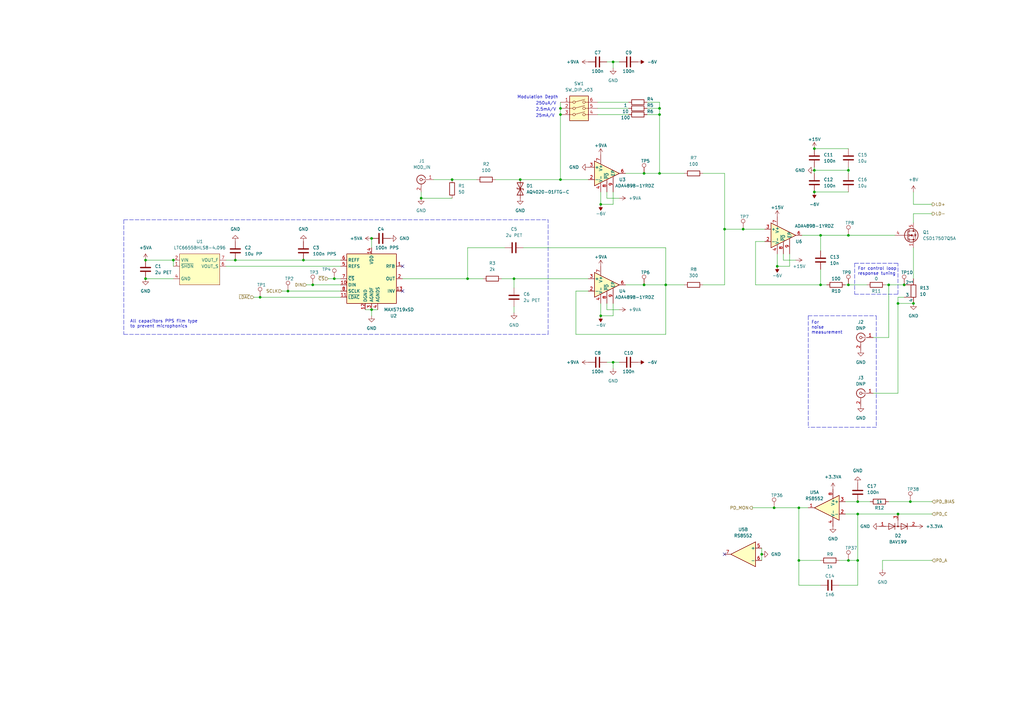
<source format=kicad_sch>
(kicad_sch (version 20211123) (generator eeschema)
  (paper "A3")
  (title_block (title "Kirdy") (date "2022-07-03") (rev "r0.1") (company "M-Labs") (comment 1 "Alex Wong Tat Hang"))
  (lib_symbols
    (symbol "Amplifier_Operational:ADA4898-1YRDZ" (pin_names (offset 0.127))
      (property "Reference" "U" (at 3.81 3.81 0))
      (property "Value" "ADA4898-1YRDZ" (at 11.43 -2.54 0))
      (symbol "ADA4898-1YRDZ_1_1"
        (polyline (pts (xy -5.08 5.08) (xy 5.08 0) (xy -5.08 -5.08) (xy -5.08 5.08)) (stroke (width 0.254)) (fill (type background)))
        (pin input line (at -7.62 -2.54 0) (length 2.54) (name "-") (number "2"))
        (pin input line (at -7.62 2.54 0) (length 2.54) (name "+") (number "3"))
        (pin power_in line (at -2.54 -7.62 90) (length 3.81) (name "V-") (number "4"))
        (pin output line (at 7.62 0 180) (length 2.54) (name "~") (number "6"))
        (pin power_in line (at -2.54 7.62 270) (length 3.81) (name "V+") (number "7"))
        (pin input line (at 0 -7.62 90) (length 5.08) (name "~{PD}") (number "8"))
        (pin passive line (at 2.54 -7.62 90) (length 6.35) (name "EP") (number "9"))
      )
    )
    (symbol "Analog_DAC:MAX5719xSD"
      (property "Reference" "U" (at -10.16 11.43 0))
      (property "Value" "MAX5719xSD" (at 1.27 11.43 0))
      (symbol "MAX5719xSD_0_1"
        (rectangle (start -10.16 10.16) (end 10.16 -10.16) (stroke (width 0.254)) (fill (type background)))
      )
      (symbol "MAX5719xSD_1_1"
        (pin passive line (at 12.7 5.08 180) (length 2.54) (name "RFB") (number "1"))
        (pin input line (at -12.7 -2.54 0) (length 2.54) (name "DIN") (number "10"))
        (pin input line (at -12.7 -7.62 0) (length 2.54) (name "~{LDAC}") (number "11"))
        (pin power_in line (at -2.54 -12.7 90) (length 2.54) (name "DGND") (number "12"))
        (pin passive line (at 12.7 -5.08 180) (length 2.54) (name "INV") (number "13"))
        (pin power_in line (at 0 12.7 270) (length 2.54) (name "VDD") (number "14"))
        (pin output line (at 12.7 0 180) (length 2.54) (name "OUT") (number "2"))
        (pin power_in line (at 0 -12.7 90) (length 2.54) (name "AGNDF") (number "3"))
        (pin power_in line (at 2.54 -12.7 90) (length 2.54) (name "AGNDS") (number "4"))
        (pin input line (at -12.7 5.08 0) (length 2.54) (name "REFS") (number "5"))
        (pin input line (at -12.7 7.62 0) (length 2.54) (name "REFF") (number "6"))
        (pin input line (at -12.7 0 0) (length 2.54) (name "~{CS}") (number "7"))
        (pin input line (at -12.7 -5.08 0) (length 2.54) (name "SCLK") (number "8"))
        (pin no_connect line (at 10.16 -7.62 180) (length 2.54) hide (name "NC") (number "9"))
      )
    )
    (symbol "Connector:Conn_Coaxial" (pin_names (offset 1.016) hide)
      (property "Reference" "J" (at 0.254 3.048 0))
      (property "Value" "Conn_Coaxial" (at 2.921 0 90))
      (symbol "Conn_Coaxial_0_1"
        (arc (start -1.778 -0.508) (mid 0.222 -1.808) (end 1.778 0) (stroke (width 0.254)))
        (polyline (pts (xy -2.54 0) (xy -0.508 0)))
        (polyline (pts (xy 0 -2.54) (xy 0 -1.778)))
        (circle (center 0 0) (radius 0.508) (stroke (width 0.2032)))
        (arc (start 1.778 0) (mid 0.222 1.8083) (end -1.778 0.508) (stroke (width 0.254)))
      )
      (symbol "Conn_Coaxial_1_1"
        (pin passive line (at -5.08 0 0) (length 2.54) (name "In") (number "1"))
        (pin passive line (at 0 -5.08 90) (length 2.54) (name "Ext") (number "2"))
      )
    )
    (symbol "Connector:TestPoint" (pin_numbers hide) (pin_names (offset 0.762) hide)
      (property "Reference" "TP" (at 0 6.858 0))
      (property "Value" "TestPoint" (at 0 5.08 0))
      (symbol "TestPoint_0_1"
        (circle (center 0 3.302) (radius 0.762))
      )
      (symbol "TestPoint_1_1"
        (pin passive line (at 0 0 90) (length 2.54) (name "1") (number "1"))
      )
    )
    (symbol "Device:C" (pin_numbers hide) (pin_names (offset 0.254))
      (property "Reference" "C" (at 0.635 2.54 0))
      (property "Value" "C" (at 0.635 -2.54 0))
      (symbol "C_0_1"
        (polyline (pts (xy -2.032 -0.762) (xy 2.032 -0.762)) (stroke (width 0.508)))
        (polyline (pts (xy -2.032 0.762) (xy 2.032 0.762)) (stroke (width 0.508)))
      )
      (symbol "C_1_1"
        (pin passive line (at 0 3.81 270) (length 2.794) (name "~") (number "1"))
        (pin passive line (at 0 -3.81 90) (length 2.794) (name "~") (number "2"))
      )
    )
    (symbol "Device:D_TVS" (pin_numbers hide) (pin_names (offset 1.016) hide)
      (property "Reference" "D" (at 0 2.54 0))
      (property "Value" "D_TVS" (at 0 -2.54 0))
      (symbol "D_TVS_0_1"
        (polyline (pts (xy 1.27 0) (xy -1.27 0)))
        (polyline (pts (xy 0.508 1.27) (xy 0 1.27) (xy 0 -1.27) (xy -0.508 -1.27)) (stroke (width 0.254)))
        (polyline (pts (xy -2.54 1.27) (xy -2.54 -1.27) (xy 2.54 1.27) (xy 2.54 -1.27) (xy -2.54 1.27)) (stroke (width 0.254)))
      )
      (symbol "D_TVS_1_1"
        (pin passive line (at -3.81 0 0) (length 2.54) (name "A1") (number "1"))
        (pin passive line (at 3.81 0 180) (length 2.54) (name "A2") (number "2"))
      )
    )
    (symbol "Device:R" (pin_numbers hide) (pin_names (offset 0))
      (property "Reference" "R" (at 2.032 0 90))
      (property "Value" "R" (at 0 0 90))
      (symbol "R_0_1"
        (rectangle (start -1.016 -2.54) (end 1.016 2.54) (stroke (width 0.254)))
      )
      (symbol "R_1_1"
        (pin passive line (at 0 3.81 270) (length 1.27) (name "~") (number "1"))
        (pin passive line (at 0 -3.81 90) (length 1.27) (name "~") (number "2"))
      )
    )
    (symbol "Device:R_Shunt" (pin_numbers hide) (pin_names (offset 0))
      (property "Reference" "R" (at -4.445 0 90))
      (property "Value" "R_Shunt" (at -2.54 0 90))
      (symbol "R_Shunt_0_1"
        (rectangle (start -1.016 -2.54) (end 1.016 2.54) (stroke (width 0.254)))
        (polyline (pts (xy 0 -2.54) (xy 1.27 -2.54)))
        (polyline (pts (xy 1.27 2.54) (xy 0 2.54)))
      )
      (symbol "R_Shunt_1_1"
        (pin passive line (at 0 5.08 270) (length 2.54) (name "1") (number "1"))
        (pin passive line (at 3.81 2.54 180) (length 2.54) (name "2") (number "2"))
        (pin passive line (at 3.81 -2.54 180) (length 2.54) (name "3") (number "3"))
        (pin passive line (at 0 -5.08 90) (length 2.54) (name "4") (number "4"))
      )
    )
    (symbol "Diode:BAV99" (pin_names hide)
      (property "Reference" "D" (at 0 5.08 0))
      (property "Value" "BAV99" (at 0 2.54 0))
      (symbol "BAV99_0_1"
        (polyline (pts (xy -5.08 0) (xy 5.08 0)))
      )
      (symbol "BAV99_1_1"
        (polyline (pts (xy 0 0) (xy 0 -2.54)))
        (polyline (pts (xy -1.27 -1.27) (xy -1.27 1.27) (xy -1.27 1.27)) (stroke (width 0.2032)))
        (polyline (pts (xy 3.81 1.27) (xy 3.81 -1.27) (xy 3.81 -1.27)) (stroke (width 0.2032)))
        (polyline (pts (xy -3.81 1.27) (xy -1.27 0) (xy -3.81 -1.27) (xy -3.81 1.27) (xy -3.81 1.27) (xy -3.81 1.27)) (stroke (width 0.2032)))
        (polyline (pts (xy 1.27 1.27) (xy 3.81 0) (xy 1.27 -1.27) (xy 1.27 1.27) (xy 1.27 1.27) (xy 1.27 1.27)) (stroke (width 0.2032)))
        (circle (center 0 0) (radius 0.254) (fill (type outline)))
        (pin passive line (at -7.62 0 0) (length 2.54) (name "K") (number "1"))
        (pin passive line (at 7.62 0 180) (length 2.54) (name "A") (number "2"))
        (pin passive line (at 0 -5.08 90) (length 2.54) (name "K") (number "3"))
      )
    )
    (symbol "Switch:SW_DIP_x03" (pin_names (offset 0) hide)
      (property "Reference" "SW" (at 0 8.89 0))
      (property "Value" "SW_DIP_x03" (at 0 -3.81 0))
      (symbol "SW_DIP_x03_0_0"
        (circle (center -2.032 0) (radius 0.508))
        (circle (center -2.032 2.54) (radius 0.508))
        (circle (center -2.032 5.08) (radius 0.508))
        (polyline (pts (xy -1.524 0.127) (xy 2.3622 1.1684)))
        (polyline (pts (xy -1.524 2.667) (xy 2.3622 3.7084)))
        (polyline (pts (xy -1.524 5.207) (xy 2.3622 6.2484)))
        (circle (center 2.032 0) (radius 0.508))
        (circle (center 2.032 2.54) (radius 0.508))
        (circle (center 2.032 5.08) (radius 0.508))
      )
      (symbol "SW_DIP_x03_0_1"
        (rectangle (start -3.81 7.62) (end 3.81 -2.54) (stroke (width 0.254)) (fill (type background)))
      )
      (symbol "SW_DIP_x03_1_1"
        (pin passive line (at -7.62 5.08 0) (length 5.08) (name "~") (number "1"))
        (pin passive line (at -7.62 2.54 0) (length 5.08) (name "~") (number "2"))
        (pin passive line (at -7.62 0 0) (length 5.08) (name "~") (number "3"))
        (pin passive line (at 7.62 0 180) (length 5.08) (name "~") (number "4"))
        (pin passive line (at 7.62 2.54 180) (length 5.08) (name "~") (number "5"))
        (pin passive line (at 7.62 5.08 180) (length 5.08) (name "~") (number "6"))
      )
    )
    (symbol "Transistor_FET:CSD17507Q5A" (pin_names hide)
      (property "Reference" "Q" (at 5.08 1.905 0))
      (property "Value" "CSD17507Q5A" (at 5.08 0 0))
      (symbol "CSD17507Q5A_0_1"
        (polyline (pts (xy 0.254 0) (xy -2.54 0)))
        (polyline (pts (xy 0.254 1.905) (xy 0.254 -1.905)) (stroke (width 0.254)))
        (polyline (pts (xy 0.762 -1.27) (xy 0.762 -2.286)) (stroke (width 0.254)))
        (polyline (pts (xy 0.762 0.508) (xy 0.762 -0.508)) (stroke (width 0.254)))
        (polyline (pts (xy 0.762 2.286) (xy 0.762 1.27)) (stroke (width 0.254)))
        (polyline (pts (xy 2.54 2.54) (xy 2.54 1.778)))
        (polyline (pts (xy 2.54 -2.54) (xy 2.54 0) (xy 0.762 0)))
        (polyline (pts (xy 0.762 -1.778) (xy 3.302 -1.778) (xy 3.302 1.778) (xy 0.762 1.778)))
        (polyline (pts (xy 1.016 0) (xy 2.032 0.381) (xy 2.032 -0.381) (xy 1.016 0)) (fill (type outline)))
        (polyline (pts (xy 2.794 0.508) (xy 2.921 0.381) (xy 3.683 0.381) (xy 3.81 0.254)))
        (polyline (pts (xy 3.302 0.381) (xy 2.921 -0.254) (xy 3.683 -0.254) (xy 3.302 0.381)))
        (circle (center 1.651 0) (radius 2.794) (stroke (width 0.254)))
        (circle (center 2.54 -1.778) (radius 0.254) (fill (type outline)))
        (circle (center 2.54 1.778) (radius 0.254) (fill (type outline)))
      )
      (symbol "CSD17507Q5A_1_1"
        (pin passive line (at 2.54 -5.08 90) (length 2.54) (name "S") (number "1"))
        (pin passive line (at 2.54 -5.08 90) (length 2.54) hide (name "S") (number "2"))
        (pin passive line (at 2.54 -5.08 90) (length 2.54) hide (name "S") (number "3"))
        (pin passive line (at -5.08 0 0) (length 2.54) (name "G") (number "4"))
        (pin passive line (at 2.54 5.08 270) (length 2.54) (name "D") (number "5"))
      )
    )
    (symbol "kirdy:LTC6655"
      (property "Reference" "U" (at 0 -10.16 0))
      (property "Value" "LTC6655" (at 0 -7.62 0))
      (symbol "LTC6655_0_0"
        (pin input line (at -10.16 2.54 0) (length 2.54) (name "~{SHDN}") (number "1"))
        (pin power_in line (at -10.16 5.08 0) (length 2.54) (name "VIN") (number "2"))
        (pin power_in line (at -10.16 -2.54 0) (length 2.54) hide (name "GND") (number "3"))
        (pin power_in line (at -10.16 -2.54 0) (length 2.54) (name "GND") (number "4"))
        (pin power_in line (at -10.16 -2.54 0) (length 2.54) hide (name "GND") (number "5"))
        (pin passive line (at 11.43 2.54 180) (length 2.54) (name "VOUT_S") (number "6"))
        (pin output line (at 11.43 5.08 180) (length 2.54) (name "VOUT_F") (number "7"))
        (pin power_in line (at -10.16 -2.54 0) (length 2.54) hide (name "GND") (number "8"))
      )
      (symbol "LTC6655_0_1"
        (rectangle (start -7.62 7.62) (end 8.89 -5.08) (fill (type background)))
      )
    )
    (symbol "kirdy:RS8552" (pin_names (offset 0.127))
      (property "Reference" "U" (at 0 5.08 0))
      (property "Value" "RS8552" (at 0 -5.08 0))
      (symbol "RS8552_1_1"
        (polyline (pts (xy -5.08 5.08) (xy 5.08 0) (xy -5.08 -5.08) (xy -5.08 5.08)) (stroke (width 0.254)) (fill (type background)))
        (pin output line (at 7.62 0 180) (length 2.54) (name "~") (number "1"))
        (pin input line (at -7.62 -2.54 0) (length 2.54) (name "-") (number "2"))
        (pin input line (at -7.62 2.54 0) (length 2.54) (name "+") (number "3"))
      )
      (symbol "RS8552_2_1"
        (polyline (pts (xy -5.08 5.08) (xy 5.08 0) (xy -5.08 -5.08) (xy -5.08 5.08)) (stroke (width 0.254)) (fill (type background)))
        (pin input line (at -7.62 2.54 0) (length 2.54) (name "+") (number "5"))
        (pin input line (at -7.62 -2.54 0) (length 2.54) (name "-") (number "6"))
        (pin output line (at 7.62 0 180) (length 2.54) (name "~") (number "7"))
      )
      (symbol "RS8552_3_1"
        (pin power_in line (at -2.54 -7.62 90) (length 3.81) (name "V-") (number "4"))
        (pin power_in line (at -2.54 7.62 270) (length 3.81) (name "V+") (number "8"))
      )
    )
    (symbol "power:+15V" (power) (pin_names (offset 0))
      (property "Value" "+15V" (at 0 3.556 0))
      (symbol "+15V_0_1"
        (polyline (pts (xy -0.762 1.27) (xy 0 2.54)))
        (polyline (pts (xy 0 0) (xy 0 2.54)))
        (polyline (pts (xy 0 2.54) (xy 0.762 1.27)))
      )
      (symbol "+15V_1_1"
        (pin power_in line (at 0 0 90) (length 0) hide (name "+15V") (number "1"))
      )
    )
    (symbol "power:+3.3VA" (power) (pin_names (offset 0))
      (property "Value" "+3.3VA" (at 0 3.556 0))
      (symbol "+3.3VA_0_1"
        (polyline (pts (xy -0.762 1.27) (xy 0 2.54)))
        (polyline (pts (xy 0 0) (xy 0 2.54)))
        (polyline (pts (xy 0 2.54) (xy 0.762 1.27)))
      )
      (symbol "+3.3VA_1_1"
        (pin power_in line (at 0 0 90) (length 0) hide (name "+3.3VA") (number "1"))
      )
    )
    (symbol "power:+5VA" (power) (pin_names (offset 0))
      (property "Value" "+5VA" (at 0 3.556 0))
      (symbol "+5VA_0_1"
        (polyline (pts (xy -0.762 1.27) (xy 0 2.54)))
        (polyline (pts (xy 0 0) (xy 0 2.54)))
        (polyline (pts (xy 0 2.54) (xy 0.762 1.27)))
      )
      (symbol "+5VA_1_1"
        (pin power_in line (at 0 0 90) (length 0) hide (name "+5VA") (number "1"))
      )
    )
    (symbol "power:+8V" (power) (pin_names (offset 0))
      (property "Value" "+8V" (at 0 3.556 0))
      (symbol "+8V_0_1"
        (polyline (pts (xy -0.762 1.27) (xy 0 2.54)))
        (polyline (pts (xy 0 0) (xy 0 2.54)))
        (polyline (pts (xy 0 2.54) (xy 0.762 1.27)))
      )
      (symbol "+8V_1_1"
        (pin power_in line (at 0 0 90) (length 0) hide (name "+8V") (number "1"))
      )
    )
    (symbol "power:+9VA" (power) (pin_names (offset 0))
      (property "Value" "+9VA" (at 0 3.81 0))
      (symbol "+9VA_0_1"
        (polyline (pts (xy -0.762 1.27) (xy 0 2.54)))
        (polyline (pts (xy 0 0) (xy 0 2.54)))
        (polyline (pts (xy 0 2.54) (xy 0.762 1.27)))
      )
      (symbol "+9VA_1_1"
        (pin power_in line (at 0 0 90) (length 0) hide (name "+9VA") (number "1"))
      )
    )
    (symbol "power:-6V" (power) (pin_names (offset 0))
      (property "Value" "-6V" (at 0 3.81 0))
      (symbol "-6V_0_0"
        (pin power_in line (at 0 0 90) (length 0) hide (name "-6V") (number "1"))
      )
      (symbol "-6V_0_1"
        (polyline (pts (xy 0 0) (xy 0 1.27) (xy 0.762 1.27) (xy 0 2.54) (xy -0.762 1.27) (xy 0 1.27)) (fill (type outline)))
      )
    )
    (symbol "power:GND" (power) (pin_names (offset 0))
      (property "Value" "GND" (at 0 -3.81 0))
      (symbol "GND_0_1"
        (polyline (pts (xy 0 0) (xy 0 -1.27) (xy 1.27 -1.27) (xy 0 -2.54) (xy -1.27 -1.27) (xy 0 -1.27)))
      )
      (symbol "GND_1_1"
        (pin power_in line (at 0 0 270) (length 0) hide (name "GND") (number "1"))
      )
    )
  )
  (junction (at 229.87 46.99))
  (junction (at 270.51 71.12))
  (junction (at 318.77 109.22))
  (junction (at 229.87 44.45))
  (junction (at 370.84 116.84))
  (junction (at 334.01 69.85))
  (junction (at 347.98 229.87))
  (junction (at 351.79 205.74))
  (junction (at 152.4 97.79))
  (junction (at 347.98 96.52))
  (junction (at 336.55 96.52))
  (junction (at 347.98 116.84))
  (junction (at 251.46 25.4))
  (junction (at 213.36 73.66))
  (junction (at 351.79 229.87))
  (junction (at 364.49 116.84))
  (junction (at 251.46 148.59))
  (junction (at 334.01 60.96))
  (junction (at 185.42 73.66))
  (junction (at 246.38 129.54))
  (junction (at 128.27 116.84))
  (junction (at 273.05 116.84))
  (junction (at 246.38 83.82))
  (junction (at 264.16 116.84))
  (junction (at 336.55 116.84))
  (junction (at 191.77 114.3))
  (junction (at 373.38 205.74))
  (junction (at 327.66 208.28))
  (junction (at 312.42 227.33))
  (junction (at 351.79 210.82))
  (junction (at 210.82 114.3))
  (junction (at 96.52 106.68))
  (junction (at 347.98 69.85))
  (junction (at 317.5 208.28))
  (junction (at 71.12 106.68))
  (junction (at 374.65 124.46))
  (junction (at 334.01 78.74))
  (junction (at 304.8 93.98))
  (junction (at 270.51 46.99))
  (junction (at 124.46 106.68))
  (junction (at 368.3 210.82))
  (junction (at 59.69 114.3))
  (junction (at 327.66 229.87))
  (junction (at 118.11 119.38))
  (junction (at 368.3 124.46))
  (junction (at 106.68 121.92))
  (junction (at 152.4 127))
  (junction (at 137.1211 114.3))
  (junction (at 264.16 71.12))
  (junction (at 270.51 44.45))
  (junction (at 172.72 81.28))
  (junction (at 59.69 106.68))
  (junction (at 229.87 73.66))
  (junction (at 297.18 93.98))
  (no_connect (at 165.1 119.38))
  (no_connect (at 297.18 227.33))
  (no_connect (at 165.1 109.22))
  (wire (pts (xy 210.82 125.73) (xy 210.82 128.27)))
  (wire (pts (xy 137.1211 114.3) (xy 139.7 114.3)))
  (polyline (pts (xy 331.47 129.54) (xy 331.47 175.26)))
  (wire (pts (xy 308.61 208.28) (xy 317.5 208.28)))
  (wire (pts (xy 71.12 106.68) (xy 71.12 109.22)))
  (wire (pts (xy 172.72 81.28) (xy 185.42 81.28)))
  (wire (pts (xy 273.05 116.84) (xy 280.67 116.84)))
  (wire (pts (xy 368.3 210.82) (xy 382.27 210.82)))
  (wire (pts (xy 364.49 116.84) (xy 370.84 116.84)))
  (wire (pts (xy 336.55 96.52) (xy 347.98 96.52)))
  (wire (pts (xy 347.98 229.87) (xy 351.79 229.87)))
  (wire (pts (xy 351.79 229.87) (xy 351.79 210.82)))
  (wire (pts (xy 334.01 69.85) (xy 334.01 71.12)))
  (wire (pts (xy 374.65 91.44) (xy 374.65 87.63)))
  (wire (pts (xy 214.63 101.6) (xy 273.05 101.6)))
  (wire (pts (xy 172.72 81.28) (xy 172.72 78.74)))
  (wire (pts (xy 336.55 96.52) (xy 336.55 102.87)))
  (wire (pts (xy 328.93 96.52) (xy 336.55 96.52)))
  (wire (pts (xy 248.92 127) (xy 254 127)))
  (wire (pts (xy 213.36 73.66) (xy 229.87 73.66)))
  (wire (pts (xy 288.29 116.84) (xy 297.18 116.84)))
  (wire (pts (xy 185.42 73.66) (xy 195.58 73.66)))
  (wire (pts (xy 347.98 116.84) (xy 355.6 116.84)))
  (wire (pts (xy 177.8 73.66) (xy 185.42 73.66)))
  (polyline (pts (xy 350.52 120.65) (xy 368.3 120.65)))
  (wire (pts (xy 115.57 119.38) (xy 118.11 119.38)))
  (wire (pts (xy 118.11 119.38) (xy 139.7 119.38)))
  (wire (pts (xy 270.51 41.91) (xy 270.51 44.45)))
  (wire (pts (xy 270.51 46.99) (xy 270.51 71.12)))
  (wire (pts (xy 203.2 73.66) (xy 213.36 73.66)))
  (wire (pts (xy 358.14 138.43) (xy 364.49 138.43)))
  (wire (pts (xy 361.95 229.87) (xy 382.27 229.87)))
  (wire (pts (xy 368.3 161.29) (xy 358.14 161.29)))
  (wire (pts (xy 321.31 106.68) (xy 326.39 106.68)))
  (polyline (pts (xy 350.52 107.95) (xy 368.3 107.95)))
  (wire (pts (xy 368.3 121.92) (xy 368.3 124.46)))
  (wire (pts (xy 327.66 229.87) (xy 327.66 208.28)))
  (wire (pts (xy 96.52 106.68) (xy 124.46 106.68)))
  (wire (pts (xy 125.73 116.84) (xy 128.27 116.84)))
  (wire (pts (xy 270.51 71.12) (xy 280.67 71.12)))
  (wire (pts (xy 251.46 25.4) (xy 251.46 27.94)))
  (wire (pts (xy 265.43 46.99) (xy 270.51 46.99)))
  (polyline (pts (xy 331.47 129.54) (xy 359.41 129.54)))
  (wire (pts (xy 134.62 114.3) (xy 137.1211 114.3)))
  (wire (pts (xy 210.82 114.3) (xy 241.3 114.3)))
  (wire (pts (xy 256.54 116.84) (xy 264.16 116.84)))
  (wire (pts (xy 368.3 124.46) (xy 368.3 161.29)))
  (wire (pts (xy 205.74 114.3) (xy 210.82 114.3)))
  (wire (pts (xy 245.11 46.99) (xy 257.81 46.99)))
  (wire (pts (xy 273.05 137.16) (xy 273.05 116.84)))
  (wire (pts (xy 336.55 240.03) (xy 327.66 240.03)))
  (wire (pts (xy 374.65 87.63) (xy 382.27 87.63)))
  (wire (pts (xy 92.71 109.22) (xy 139.7 109.22)))
  (wire (pts (xy 347.98 69.85) (xy 334.01 69.85)))
  (wire (pts (xy 251.46 25.4) (xy 254 25.4)))
  (wire (pts (xy 236.22 119.38) (xy 236.22 137.16)))
  (wire (pts (xy 251.46 83.82) (xy 251.46 78.74)))
  (wire (pts (xy 246.38 78.74) (xy 246.38 83.82)))
  (wire (pts (xy 251.46 129.54) (xy 251.46 124.46)))
  (wire (pts (xy 191.77 101.6) (xy 191.77 114.3)))
  (wire (pts (xy 106.68 121.92) (xy 139.7 121.92)))
  (wire (pts (xy 373.38 205.74) (xy 382.27 205.74)))
  (wire (pts (xy 207.01 101.6) (xy 191.77 101.6)))
  (polyline (pts (xy 50.8 90.17) (xy 224.79 90.17)))
  (wire (pts (xy 264.16 71.12) (xy 270.51 71.12)))
  (wire (pts (xy 265.43 41.91) (xy 270.51 41.91)))
  (wire (pts (xy 361.95 233.68) (xy 361.95 229.87)))
  (wire (pts (xy 251.46 148.59) (xy 254 148.59)))
  (wire (pts (xy 297.18 93.98) (xy 304.8 93.98)))
  (wire (pts (xy 248.92 78.74) (xy 248.92 81.28)))
  (wire (pts (xy 246.38 83.82) (xy 251.46 83.82)))
  (wire (pts (xy 248.92 148.59) (xy 251.46 148.59)))
  (wire (pts (xy 297.18 71.12) (xy 297.18 93.98)))
  (wire (pts (xy 318.77 109.22) (xy 323.85 109.22)))
  (wire (pts (xy 248.92 25.4) (xy 251.46 25.4)))
  (polyline (pts (xy 368.3 120.65) (xy 368.3 107.95)))
  (wire (pts (xy 368.3 121.92) (xy 370.84 121.92)))
  (wire (pts (xy 317.5 208.28) (xy 327.66 208.28)))
  (wire (pts (xy 344.17 229.87) (xy 347.98 229.87)))
  (wire (pts (xy 92.71 106.68) (xy 96.52 106.68)))
  (wire (pts (xy 364.49 138.43) (xy 364.49 116.84)))
  (wire (pts (xy 236.22 137.16) (xy 273.05 137.16)))
  (wire (pts (xy 346.71 116.84) (xy 347.98 116.84)))
  (wire (pts (xy 248.92 124.46) (xy 248.92 127)))
  (wire (pts (xy 165.1 114.3) (xy 191.77 114.3)))
  (wire (pts (xy 124.46 106.68) (xy 139.7 106.68)))
  (wire (pts (xy 364.49 205.74) (xy 373.38 205.74)))
  (wire (pts (xy 363.22 116.84) (xy 364.49 116.84)))
  (wire (pts (xy 256.54 71.12) (xy 264.16 71.12)))
  (wire (pts (xy 288.29 71.12) (xy 297.18 71.12)))
  (wire (pts (xy 265.43 44.45) (xy 270.51 44.45)))
  (wire (pts (xy 59.69 106.68) (xy 71.12 106.68)))
  (wire (pts (xy 59.69 114.3) (xy 71.12 114.3)))
  (wire (pts (xy 346.71 205.74) (xy 351.79 205.74)))
  (wire (pts (xy 229.87 41.91) (xy 229.87 44.45)))
  (wire (pts (xy 246.38 129.54) (xy 251.46 129.54)))
  (wire (pts (xy 318.77 104.14) (xy 318.77 109.22)))
  (wire (pts (xy 347.98 96.52) (xy 367.03 96.52)))
  (wire (pts (xy 264.16 116.84) (xy 273.05 116.84)))
  (polyline (pts (xy 359.41 175.26) (xy 331.47 175.26)))
  (polyline (pts (xy 50.8 90.17) (xy 50.8 137.16)))
  (wire (pts (xy 309.88 116.84) (xy 309.88 99.06)))
  (wire (pts (xy 327.66 240.03) (xy 327.66 229.87)))
  (wire (pts (xy 152.4 97.79) (xy 152.4 101.6)))
  (wire (pts (xy 321.31 104.14) (xy 321.31 106.68)))
  (wire (pts (xy 327.66 229.87) (xy 336.55 229.87)))
  (polyline (pts (xy 350.52 107.95) (xy 350.52 120.65)))
  (wire (pts (xy 351.79 205.74) (xy 356.87 205.74)))
  (wire (pts (xy 312.42 224.79) (xy 312.42 227.33)))
  (wire (pts (xy 374.65 83.82) (xy 382.27 83.82)))
  (wire (pts (xy 336.55 116.84) (xy 309.88 116.84)))
  (wire (pts (xy 297.18 116.84) (xy 297.18 93.98)))
  (polyline (pts (xy 359.41 129.54) (xy 359.41 175.26)))
  (wire (pts (xy 229.87 44.45) (xy 229.87 46.99)))
  (wire (pts (xy 149.86 127) (xy 152.4 127)))
  (wire (pts (xy 312.42 227.33) (xy 312.42 229.87)))
  (wire (pts (xy 104.14 121.92) (xy 106.68 121.92)))
  (wire (pts (xy 304.8 93.98) (xy 313.69 93.98)))
  (wire (pts (xy 191.77 114.3) (xy 198.12 114.3)))
  (wire (pts (xy 248.92 81.28) (xy 254 81.28)))
  (polyline (pts (xy 50.8 137.16) (xy 224.79 137.16)))
  (wire (pts (xy 344.17 240.03) (xy 351.79 240.03)))
  (wire (pts (xy 246.38 124.46) (xy 246.38 129.54)))
  (wire (pts (xy 346.71 210.82) (xy 351.79 210.82)))
  (wire (pts (xy 351.79 240.03) (xy 351.79 229.87)))
  (wire (pts (xy 229.87 46.99) (xy 229.87 73.66)))
  (wire (pts (xy 245.11 44.45) (xy 257.81 44.45)))
  (wire (pts (xy 327.66 208.28) (xy 331.47 208.28)))
  (wire (pts (xy 347.98 68.58) (xy 347.98 69.85)))
  (wire (pts (xy 374.65 78.74) (xy 374.65 83.82)))
  (wire (pts (xy 128.27 116.84) (xy 139.7 116.84)))
  (wire (pts (xy 152.4 127) (xy 152.4 129.54)))
  (wire (pts (xy 273.05 101.6) (xy 273.05 116.84)))
  (wire (pts (xy 347.98 69.85) (xy 347.98 71.12)))
  (wire (pts (xy 210.82 114.3) (xy 210.82 118.11)))
  (wire (pts (xy 368.3 124.46) (xy 374.65 124.46)))
  (wire (pts (xy 241.3 119.38) (xy 236.22 119.38)))
  (wire (pts (xy 334.01 68.58) (xy 334.01 69.85)))
  (wire (pts (xy 334.01 60.96) (xy 347.98 60.96)))
  (wire (pts (xy 351.79 210.82) (xy 368.3 210.82)))
  (wire (pts (xy 336.55 116.84) (xy 339.09 116.84)))
  (wire (pts (xy 334.01 78.74) (xy 347.98 78.74)))
  (wire (pts (xy 374.65 101.6) (xy 374.65 114.3)))
  (wire (pts (xy 323.85 109.22) (xy 323.85 104.14)))
  (wire (pts (xy 229.87 73.66) (xy 241.3 73.66)))
  (wire (pts (xy 336.55 110.49) (xy 336.55 116.84)))
  (wire (pts (xy 251.46 148.59) (xy 251.46 151.13)))
  (polyline (pts (xy 224.79 137.16) (xy 224.79 90.17)))
  (wire (pts (xy 245.11 41.91) (xy 257.81 41.91)))
  (wire (pts (xy 270.51 44.45) (xy 270.51 46.99)))
  (wire (pts (xy 152.4 127) (xy 154.94 127)))
  (wire (pts (xy 309.88 99.06) (xy 313.69 99.06)))
  (text "250uA/V" (at 219.71 43.18 0) (effects (font (size 1.27 1.27)) (justify left bottom)))
  (text "All capacitors PPS film type\nto prevent microphonics " (at 53.34 134.62 0) (effects (font (size 1.27 1.27)) (justify left bottom)))
  (text "For\nnoise\nmeasurement" (at 332.74 137.16 0) (effects (font (size 1.27 1.27)) (justify left bottom)))
  (text "2.5mA/V" (at 219.71 45.72 0) (effects (font (size 1.27 1.27)) (justify left bottom)))
  (text "For control loop\nresponse tuning" (at 351.79 113.03 0) (effects (font (size 1.27 1.27)) (justify left bottom)))
  (text "25mA/V" (at 219.71 48.26 0) (effects (font (size 1.27 1.27)) (justify left bottom)))
  (text "Modulation Depth" (at 212.09 40.64 0) (effects (font (size 1.27 1.27)) (justify left bottom)))
  (hierarchical_label "~{LDAC}" (shape input) (at 104.14 121.92 180))
  (hierarchical_label "PD_BIAS" (shape input) (at 382.27 205.74 0))
  (hierarchical_label "LD+" (shape output) (at 382.27 83.82 0))
  (hierarchical_label "SCLK" (shape input) (at 115.57 119.38 180))
  (hierarchical_label "PD_MON" (shape output) (at 308.61 208.28 180))
  (hierarchical_label "PD_C" (shape input) (at 382.27 210.82 0))
  (hierarchical_label "PD_A" (shape input) (at 382.27 229.87 0))
  (hierarchical_label "DIN" (shape input) (at 125.73 116.84 180))
  (hierarchical_label "LD-" (shape output) (at 382.27 87.63 0))
  (hierarchical_label "~{CS}" (shape input) (at 134.62 114.3 180))
  (symbol (lib_id "Connector:TestPoint") (at 370.84 116.84 0) (unit 1)
    (property "Reference" "TP10" (at 369.57 111.76 0) (effects (justify left)))
    (property "Value" "TestPoint" (effects hide))
    (property "Footprint" "TestPoint:TestPoint_Pad_2.0x2.0mm" (effects hide))
  )
  (symbol (lib_id "Device:R") (at 261.62 46.99 90) (unit 1)
    (property "Reference" "R6" (at 266.7 45.72 90))
    (property "Value" "100" (at 256.54 48.26 90))
    (property "Footprint" "Resistor_SMD:R_0603_1608Metric" (effects hide))
    (property "MFR_PN" "WR06X1000FTL" (effects hide))
    (property "MFR_PN_ALT" "RMCF0603FT100R" (effects hide))
  )
  (symbol (lib_id "Device:C") (at 351.79 201.93 0) (unit 1)
    (property "Reference" "C17" (at 355.6 199.39 0) (effects (justify left)))
    (property "Value" "100n" (at 355.6 201.93 0) (effects (justify left)))
    (property "Footprint" "Capacitor_SMD:C_0603_1608Metric" (effects hide))
    (property "MFR_PN" "CL10B104KB8NNWC" (effects hide))
    (property "MFR_PN_ALT" "CL10B104KB8NNNL" (effects hide))
  )
  (symbol (lib_id "Diode:BAV99") (at 368.3 215.9 0) (mirror x) (unit 1)
    (property "Reference" "D2" (at 368.3 219.71 0))
    (property "Value" "BAV199" (at 368.3 222.25 0))
    (property "Footprint" "Package_TO_SOT_SMD:SOT-23" (effects hide))
    (property "Datasheet" "https://assets.nexperia.com/documents/data-sheet/BAV99_SER.pdf" (effects hide))
    (property "MFR_PN" "BAV199W-7" (effects hide))
    (property "MFR_PN_ALT" "BAV199E6327HTSA1" (effects hide))
  )
  (symbol (lib_id "Connector:TestPoint") (at 137.1211 114.3 0) (unit 1)
    (property "Reference" "TP4" (at 132.08 110.49 0) (effects (justify left)))
    (property "Value" "TestPoint" (effects hide))
    (property "Footprint" "TestPoint:TestPoint_Pad_2.0x2.0mm" (effects hide))
  )
  (symbol (lib_id "power:GND") (at 360.68 215.9 270) (unit 1)
    (property "Reference" "#PWR036" (effects hide))
    (property "Value" "GND" (at 356.87 215.8999 90) (effects (justify right)))
  )
  (symbol (lib_id "Connector:Conn_Coaxial") (at 353.06 161.29 0) (mirror y) (unit 1)
    (property "Reference" "J3" (at 353.06 154.94 0))
    (property "Value" "DNP" (at 353.06 157.48 0))
    (property "Footprint" "Connector_Coaxial:U.FL_Hirose_U.FL-R-SMT-1_Vertical" (effects hide))
    (property "Datasheet" " ~" (effects hide))
    (property "MFR_PN" "U.FL-R-SMT-1(01)" (effects hide))
    (property "MFR_PN_ALT" "U.FL-R-SMT(10)" (effects hide))
  )
  (symbol (lib_id "power:-6V") (at 261.62 25.4 270) (unit 1)
    (property "Reference" "#PWR022" (effects hide))
    (property "Value" "-6V" (at 265.43 25.3999 90) (effects (justify left)))
  )
  (symbol (lib_id "Device:C") (at 210.82 101.6 90) (unit 1)
    (property "Reference" "C5" (at 210.82 93.98 90))
    (property "Value" "2u PET" (at 210.82 96.52 90))
    (property "Footprint" "Capacitor_SMD:C_1812_4532Metric" (effects hide))
    (property "MFR_PN" "35MU225MC14532" (effects hide))
  )
  (symbol (lib_id "power:+15V") (at 334.01 60.96 0) (unit 1)
    (property "Reference" "#PWR028" (effects hide))
    (property "Value" "+15V" (at 334.01 57.15 0))
  )
  (symbol (lib_id "Device:R") (at 359.41 116.84 90) (unit 1)
    (property "Reference" "R11" (at 359.41 119.38 90))
    (property "Value" "0" (at 359.41 114.3 90))
    (property "Footprint" "Resistor_SMD:R_0603_1608Metric" (effects hide))
    (property "MFR_PN" "RMCF0603ZT0R00" (effects hide))
    (property "MFR_PN_ALT" "CR0603-J/-000ELF" (effects hide))
  )
  (symbol (lib_id "power:-6V") (at 261.62 148.59 270) (unit 1)
    (property "Reference" "#PWR023" (effects hide))
    (property "Value" "-6V" (at 265.43 148.5899 90) (effects (justify left)))
  )
  (symbol (lib_id "Device:C") (at 257.81 25.4 90) (unit 1)
    (property "Reference" "C9" (at 257.81 21.59 90))
    (property "Value" "100n" (at 257.81 29.21 90))
    (property "Footprint" "Capacitor_SMD:C_0603_1608Metric" (effects hide))
    (property "MFR_PN" "CL10B104KB8NNWC" (effects hide))
    (property "MFR_PN_ALT" "CL10B104KB8NNNL" (effects hide))
  )
  (symbol (lib_id "Connector:TestPoint") (at 304.8 93.98 0) (unit 1)
    (property "Reference" "TP7" (at 303.53 88.9 0) (effects (justify left)))
    (property "Value" "TestPoint" (effects hide))
    (property "Footprint" "TestPoint:TestPoint_Pad_2.0x2.0mm" (effects hide))
  )
  (symbol (lib_id "power:GND") (at 351.79 198.12 180) (unit 1)
    (property "Reference" "#PWR033" (effects hide))
    (property "Value" "GND" (at 351.79 193.04 0))
  )
  (symbol (lib_id "Connector:TestPoint") (at 106.68 121.92 0) (unit 1)
    (property "Reference" "TP1" (at 105.41 116.84 0) (effects (justify left)))
    (property "Value" "TestPoint" (effects hide))
    (property "Footprint" "TestPoint:TestPoint_Pad_2.0x2.0mm" (effects hide))
  )
  (symbol (lib_id "power:+5VA") (at 59.69 106.68 0) (unit 1)
    (property "Reference" "#PWR01" (effects hide))
    (property "Value" "+5VA" (at 59.69 101.6 0))
  )
  (symbol (lib_id "Device:C") (at 347.98 74.93 0) (unit 1)
    (property "Reference" "C16" (at 351.79 73.6599 0) (effects (justify left)))
    (property "Value" "10u" (at 351.79 76.1999 0) (effects (justify left)))
    (property "Footprint" "Capacitor_SMD:C_0805_2012Metric" (effects hide))
    (property "MFR_PN" "CL21B106KOQNNNG" (effects hide))
    (property "MFR_PN_ALT" "CL21B106KOQNNNE" (effects hide))
  )
  (symbol (lib_id "Device:C") (at 96.52 102.87 0) (unit 1)
    (property "Reference" "C2" (at 100.33 101.5999 0) (effects (justify left)))
    (property "Value" "10u PP" (at 100.33 104.1399 0) (effects (justify left)))
    (property "Footprint" "Capacitor_SMD:C_1812_4532Metric" (effects hide))
    (property "MFR_PN" "16MU106MC44532" (effects hide))
  )
  (symbol (lib_id "Connector:TestPoint") (at 347.98 116.84 0) (unit 1)
    (property "Reference" "TP9" (at 345.44 111.76 0) (effects (justify left)))
    (property "Value" "TestPoint" (effects hide))
    (property "Footprint" "TestPoint:TestPoint_Pad_2.0x2.0mm" (effects hide))
  )
  (symbol (lib_id "Device:R") (at 342.9 116.84 90) (unit 1)
    (property "Reference" "R10" (at 342.9 119.38 90))
    (property "Value" "100" (at 342.9 114.3 90))
    (property "Footprint" "Resistor_SMD:R_0603_1608Metric" (effects hide))
    (property "MFR_PN" "WR06X1000FTL" (effects hide))
    (property "MFR_PN_ALT" "RMCF0603FT100R" (effects hide))
  )
  (symbol (lib_id "power:GND") (at 152.4 129.54 0) (unit 1)
    (property "Reference" "#PWR06" (effects hide))
    (property "Value" "GND" (at 152.4 134.62 0))
  )
  (symbol (lib_id "Amplifier_Operational:ADA4898-1YRDZ") (at 321.31 96.52 0) (unit 1)
    (property "Reference" "U6" (at 327.66 99.06 0))
    (property "Value" "ADA4898-1YRDZ" (at 334.01 92.71 0))
    (property "Footprint" "Package_SO:SOIC-8-1EP_3.9x4.9mm_P1.27mm_EP2.29x3mm" (effects hide))
    (property "Datasheet" "https://www.analog.com/media/en/technical-documentation/data-sheets/ada4898-1_4898-2.pdf" (effects hide))
    (property "MFR_PN" "ADA4898-1YRDZ" (effects hide))
  )
  (symbol (lib_id "Device:C") (at 336.55 106.68 0) (unit 1)
    (property "Reference" "C13" (at 340.36 105.4099 0) (effects (justify left)))
    (property "Value" "10n" (at 340.36 107.9499 0) (effects (justify left)))
    (property "Footprint" "Capacitor_SMD:C_0603_1608Metric" (effects hide))
    (property "MFR_PN" "0603B103K500CT" (effects hide))
    (property "MFR_PN_ALT" "CL10B103KB8NNNC" (effects hide))
  )
  (symbol (lib_id "Connector:TestPoint") (at 373.38 205.74 0) (unit 1)
    (property "Reference" "TP38" (at 372.11 200.66 0) (effects (justify left)))
    (property "Value" "TestPoint" (effects hide))
    (property "Footprint" "TestPoint:TestPoint_Pad_2.0x2.0mm" (effects hide))
  )
  (symbol (lib_id "Device:R") (at 284.48 116.84 90) (unit 1)
    (property "Reference" "R8" (at 284.48 110.49 90))
    (property "Value" "300" (at 284.48 113.03 90))
    (property "Footprint" "Resistor_SMD:R_0603_1608Metric" (effects hide))
    (property "MFR_PN" "RT0603FRE07300RL" (effects hide))
    (property "MFR_PN_ALT" "RC0603FR-10300RL" (effects hide))
  )
  (symbol (lib_id "power:GND") (at 160.02 97.79 90) (unit 1)
    (property "Reference" "#PWR07" (effects hide))
    (property "Value" "GND" (at 163.83 97.7899 90) (effects (justify right)))
  )
  (symbol (lib_id "power:GND") (at 59.69 114.3 0) (unit 1)
    (property "Reference" "#PWR02" (effects hide))
    (property "Value" "GND" (at 59.69 119.38 0))
  )
  (symbol (lib_id "kirdy:RS8552") (at 304.8 227.33 0) (mirror y) (unit 2)
    (property "Reference" "U5" (at 304.8 217.17 0))
    (property "Value" "RS8552" (at 304.8 219.71 0))
    (property "Footprint" "Package_SO:SOIC-8_3.9x4.9mm_P1.27mm" (effects hide))
    (property "Datasheet" "https://datasheet.lcsc.com/lcsc/2010160333_Jiangsu-RUNIC-Tech-RS8554XP_C236997.pdf" (effects hide))
    (property "MFR_PN" "RS8552XK" (effects hide))
  )
  (symbol (lib_id "kirdy:RS8552") (at 339.09 208.28 0) (mirror y) (unit 1)
    (property "Reference" "U5" (at 334.01 201.93 0))
    (property "Value" "RS8552" (at 334.01 204.47 0))
    (property "Footprint" "Package_SO:SOIC-8_3.9x4.9mm_P1.27mm" (effects hide))
    (property "Datasheet" "https://datasheet.lcsc.com/lcsc/2010160333_Jiangsu-RUNIC-Tech-RS8554XP_C236997.pdf" (effects hide))
    (property "MFR_PN" "RS8552XK" (effects hide))
  )
  (symbol (lib_id "Connector:TestPoint") (at 347.98 229.87 0) (unit 1)
    (property "Reference" "TP37" (at 346.71 224.79 0) (effects (justify left)))
    (property "Value" "TestPoint" (effects hide))
    (property "Footprint" "TestPoint:TestPoint_Pad_2.0x2.0mm" (effects hide))
  )
  (symbol (lib_id "power:GND") (at 96.52 99.06 180) (unit 1)
    (property "Reference" "#PWR03" (effects hide))
    (property "Value" "GND" (at 96.52 93.98 0))
  )
  (symbol (lib_id "Device:C") (at 340.36 240.03 90) (unit 1)
    (property "Reference" "C14" (at 340.36 236.22 90))
    (property "Value" "1n6" (at 340.36 243.84 90))
    (property "Footprint" "Capacitor_SMD:C_0603_1608Metric" (effects hide))
    (property "MFR_PN" "GCM1885C1H162FA16D" (effects hide))
    (property "MFR_PN_ALT" "C0603C162J5GAC7867" (effects hide))
  )
  (symbol (lib_id "Device:R") (at 360.68 205.74 90) (unit 1)
    (property "Reference" "R12" (at 360.68 208.28 90))
    (property "Value" "1k" (at 360.68 205.74 90))
    (property "Footprint" "Resistor_SMD:R_0603_1608Metric" (effects hide))
    (property "MFR_PN" "RNCP0603FTD1K00" (effects hide))
    (property "MFR_PN_ALT" "WR06X1001FTL" (effects hide))
  )
  (symbol (lib_id "Switch:SW_DIP_x03") (at 237.49 46.99 0) (unit 1)
    (property "Reference" "SW1" (at 237.49 34.29 0))
    (property "Value" "SW_DIP_x03" (at 237.49 36.83 0))
    (property "Footprint" "Button_Switch_SMD:SW_DIP_SPSTx03_Slide_Omron_A6S-310x_W8.9mm_P2.54mm" (effects hide))
    (property "MFR_PN" "A6SN-3104" (effects hide))
    (property "MFR_PN_ALT" "A6S-3102" (effects hide))
  )
  (symbol (lib_id "Amplifier_Operational:ADA4898-1YRDZ") (at 248.92 116.84 0) (unit 1)
    (property "Reference" "U4" (at 255.27 119.38 0))
    (property "Value" "ADA4898-1YRDZ" (at 260.35 121.92 0))
    (property "Footprint" "Package_SO:SOIC-8-1EP_3.9x4.9mm_P1.27mm_EP2.29x3mm" (effects hide))
    (property "Datasheet" "https://www.analog.com/media/en/technical-documentation/data-sheets/ada4898-1_4898-2.pdf" (effects hide))
    (property "MFR_PN" "ADA4898-1YRDZ" (effects hide))
  )
  (symbol (lib_id "power:GND") (at 341.63 215.9 0) (unit 1)
    (property "Reference" "#PWR032" (effects hide))
    (property "Value" "GND" (at 341.63 220.98 0))
  )
  (symbol (lib_id "power:GND") (at 334.01 69.85 270) (unit 1)
    (property "Reference" "#PWR029" (effects hide))
    (property "Value" "GND" (at 330.2 69.8499 90) (effects (justify right)))
  )
  (symbol (lib_id "power:GND") (at 353.06 166.37 0) (unit 1)
    (property "Reference" "#PWR035" (effects hide))
    (property "Value" "GND" (at 353.06 171.45 0))
  )
  (symbol (lib_id "Device:C") (at 334.01 74.93 0) (unit 1)
    (property "Reference" "C12" (at 337.82 73.6599 0) (effects (justify left)))
    (property "Value" "100n" (at 337.82 76.1999 0) (effects (justify left)))
    (property "Footprint" "Capacitor_SMD:C_0603_1608Metric" (effects hide))
    (property "MFR_PN" "CL10B104KB8NNWC" (effects hide))
    (property "MFR_PN_ALT" "CL10B104KB8NNNL" (effects hide))
  )
  (symbol (lib_id "power:GND") (at 210.82 128.27 0) (unit 1)
    (property "Reference" "#PWR09" (effects hide))
    (property "Value" "GND" (at 210.82 133.35 0))
  )
  (symbol (lib_id "Device:R") (at 201.93 114.3 90) (unit 1)
    (property "Reference" "R3" (at 201.93 107.95 90))
    (property "Value" "2k" (at 201.93 110.49 90))
    (property "Footprint" "Resistor_SMD:R_0603_1608Metric" (effects hide))
    (property "MFR_PN" "RC0603FR-072KL" (effects hide))
    (property "MFR_PN_ALT" "ERJ-3EKF2001V" (effects hide))
  )
  (symbol (lib_id "Device:C") (at 257.81 148.59 90) (unit 1)
    (property "Reference" "C10" (at 257.81 144.78 90))
    (property "Value" "100n" (at 257.81 152.4 90))
    (property "Footprint" "Capacitor_SMD:C_0603_1608Metric" (effects hide))
    (property "MFR_PN" "CL10B104KB8NNWC" (effects hide))
    (property "MFR_PN_ALT" "CL10B104KB8NNNL" (effects hide))
  )
  (symbol (lib_id "power:+9VA") (at 254 81.28 270) (unit 1)
    (property "Reference" "#PWR020" (effects hide))
    (property "Value" "+9VA" (at 257.81 81.2799 90) (effects (justify left)))
  )
  (symbol (lib_id "Device:R_Shunt") (at 374.65 119.38 0) (mirror y) (unit 1)
    (property "Reference" "R13" (at 377.19 118.1099 0) (effects (justify right)))
    (property "Value" "10" (at 377.19 120.6499 0) (effects (justify right)))
    (property "Footprint" "Resistor_SMD:R_Shunt_Ohmite_LVK20" (effects hide))
    (property "MFR_PN" "Y160610R0000D9W" (effects hide))
    (property "MFR_PN_ALT" "RC0603FR-10300RL" (effects hide))
  )
  (symbol (lib_id "Connector:TestPoint") (at 264.16 71.12 0) (unit 1)
    (property "Reference" "TP5" (at 262.89 66.04 0) (effects (justify left)))
    (property "Value" "TestPoint" (effects hide))
    (property "Footprint" "TestPoint:TestPoint_Pad_2.0x2.0mm" (effects hide))
  )
  (symbol (lib_id "kirdy:RS8552") (at 339.09 208.28 0) (mirror y) (unit 3)
    (property "Reference" "U5" (effects hide))
    (property "Value" "RS8552" (effects hide))
    (property "Footprint" "Package_SO:SOIC-8_3.9x4.9mm_P1.27mm" (effects hide))
    (property "Datasheet" "https://datasheet.lcsc.com/lcsc/2010160333_Jiangsu-RUNIC-Tech-RS8554XP_C236997.pdf" (effects hide))
    (property "MFR_PN" "RS8552XK" (effects hide))
  )
  (symbol (lib_id "power:-6V") (at 246.38 129.54 180) (unit 1)
    (property "Reference" "#PWR017" (effects hide))
    (property "Value" "-6V" (at 246.38 133.35 0))
  )
  (symbol (lib_id "power:GND") (at 241.3 68.58 270) (unit 1)
    (property "Reference" "#PWR012" (effects hide))
    (property "Value" "GND" (at 237.49 68.5799 90) (effects (justify right)))
  )
  (symbol (lib_id "power:+15V") (at 326.39 106.68 270) (unit 1)
    (property "Reference" "#PWR027" (effects hide))
    (property "Value" "+15V" (at 325.12 109.22 90) (effects (justify left)))
  )
  (symbol (lib_id "power:GND") (at 312.42 227.33 90) (unit 1)
    (property "Reference" "#PWR024" (effects hide))
    (property "Value" "GND" (at 316.23 227.3299 90) (effects (justify right)))
  )
  (symbol (lib_id "Device:C") (at 347.98 64.77 0) (unit 1)
    (property "Reference" "C15" (at 351.79 63.4999 0) (effects (justify left)))
    (property "Value" "10u" (at 351.79 66.0399 0) (effects (justify left)))
    (property "Footprint" "Capacitor_SMD:C_0805_2012Metric" (effects hide))
    (property "MFR_PN" "CL21B106KOQNNNG" (effects hide))
    (property "MFR_PN_ALT" "CL21B106KOQNNNE" (effects hide))
  )
  (symbol (lib_id "Connector:TestPoint") (at 347.98 96.52 0) (unit 1)
    (property "Reference" "TP8" (at 346.71 91.44 0) (effects (justify left)))
    (property "Value" "TestPoint" (effects hide))
    (property "Footprint" "TestPoint:TestPoint_Pad_2.0x2.0mm" (effects hide))
  )
  (symbol (lib_id "power:+9VA") (at 241.3 25.4 90) (unit 1)
    (property "Reference" "#PWR011" (effects hide))
    (property "Value" "+9VA" (at 237.49 25.3999 90) (effects (justify left)))
  )
  (symbol (lib_id "power:+3.3VA") (at 341.63 200.66 0) (unit 1)
    (property "Reference" "#PWR031" (effects hide))
    (property "Value" "+3.3VA" (at 341.63 195.58 0))
  )
  (symbol (lib_id "Connector:TestPoint") (at 264.16 116.84 0) (unit 1)
    (property "Reference" "TP6" (at 262.89 111.76 0) (effects (justify left)))
    (property "Value" "TestPoint" (effects hide))
    (property "Footprint" "TestPoint:TestPoint_Pad_2.0x2.0mm" (effects hide))
  )
  (symbol (lib_id "power:GND") (at 361.95 233.68 0) (unit 1)
    (property "Reference" "#PWR037" (effects hide))
    (property "Value" "GND" (at 361.95 238.76 0))
  )
  (symbol (lib_id "Device:R") (at 284.48 71.12 90) (unit 1)
    (property "Reference" "R7" (at 284.48 64.77 90))
    (property "Value" "100" (at 284.48 67.31 90))
    (property "Footprint" "Resistor_SMD:R_0603_1608Metric" (effects hide))
    (property "MFR_PN" "WR06X1000FTL" (effects hide))
    (property "MFR_PN_ALT" "RMCF0603FT100R" (effects hide))
  )
  (symbol (lib_id "power:+9VA") (at 241.3 148.59 90) (unit 1)
    (property "Reference" "#PWR013" (effects hide))
    (property "Value" "+9VA" (at 237.49 148.5899 90) (effects (justify left)))
  )
  (symbol (lib_id "Device:R") (at 185.42 77.47 0) (unit 1)
    (property "Reference" "R1" (at 187.96 76.1999 0) (effects (justify left)))
    (property "Value" "50" (at 187.96 78.7399 0) (effects (justify left)))
    (property "Footprint" "Resistor_SMD:R_0805_2012Metric" (effects hide))
    (property "MFR_PN" "ESR10EZPF49R9" (effects hide))
    (property "MFR_PN_ALT" "MCU0805PD4999DP500" (effects hide))
  )
  (symbol (lib_id "power:GND") (at 213.36 81.28 0) (unit 1)
    (property "Reference" "#PWR010" (effects hide))
    (property "Value" "GND" (at 213.36 86.36 0))
  )
  (symbol (lib_id "Connector:TestPoint") (at 128.27 116.84 0) (unit 1)
    (property "Reference" "TP3" (at 127 111.76 0) (effects (justify left)))
    (property "Value" "TestPoint" (effects hide))
    (property "Footprint" "TestPoint:TestPoint_Pad_2.0x2.0mm" (effects hide))
  )
  (symbol (lib_id "Device:R") (at 199.39 73.66 90) (unit 1)
    (property "Reference" "R2" (at 199.39 67.31 90))
    (property "Value" "100" (at 199.39 69.85 90))
    (property "Footprint" "Resistor_SMD:R_0603_1608Metric" (effects hide))
    (property "MFR_PN" "WR06X1000FTL" (effects hide))
    (property "MFR_PN_ALT" "RMCF0603FT100R" (effects hide))
  )
  (symbol (lib_id "power:+9VA") (at 254 127 270) (unit 1)
    (property "Reference" "#PWR021" (effects hide))
    (property "Value" "+9VA" (at 257.81 126.9999 90) (effects (justify left)))
  )
  (symbol (lib_id "power:GND") (at 374.65 124.46 0) (unit 1)
    (property "Reference" "#PWR039" (effects hide))
    (property "Value" "GND" (at 374.65 129.54 0))
  )
  (symbol (lib_id "power:+3.3VA") (at 375.92 215.9 270) (unit 1)
    (property "Reference" "#PWR040" (effects hide))
    (property "Value" "+3.3VA" (at 379.73 215.8999 90) (effects (justify left)))
  )
  (symbol (lib_id "Device:R") (at 261.62 41.91 90) (unit 1)
    (property "Reference" "R4" (at 266.7 40.64 90))
    (property "Value" "1" (at 256.54 43.18 90))
    (property "Footprint" "Resistor_SMD:R_0603_1608Metric" (effects hide))
    (property "MFR_PN" "ERJ-3RQF1R0V" (effects hide))
    (property "MFR_PN_ALT" "CRCW06031R00FKEAC" (effects hide))
  )
  (symbol (lib_id "Device:C") (at 59.69 110.49 0) (unit 1)
    (property "Reference" "C1" (at 63.5 109.2199 0) (effects (justify left)))
    (property "Value" "2u PET" (at 63.5 111.7599 0) (effects (justify left)))
    (property "Footprint" "Capacitor_SMD:C_1812_4532Metric" (effects hide))
    (property "MFR_PN" "35MU225MC14532" (effects hide))
  )
  (symbol (lib_id "power:+8V") (at 374.65 78.74 0) (unit 1)
    (property "Reference" "#PWR038" (effects hide))
    (property "Value" "+8V" (at 374.65 73.66 0))
  )
  (symbol (lib_id "power:GND") (at 251.46 151.13 0) (unit 1)
    (property "Reference" "#PWR019" (effects hide))
    (property "Value" "GND" (at 251.46 156.21 0))
  )
  (symbol (lib_id "Amplifier_Operational:ADA4898-1YRDZ") (at 248.92 71.12 0) (unit 1)
    (property "Reference" "U3" (at 255.27 73.66 0))
    (property "Value" "ADA4898-1YRDZ" (at 260.35 76.2 0))
    (property "Footprint" "Package_SO:SOIC-8-1EP_3.9x4.9mm_P1.27mm_EP2.29x3mm" (effects hide))
    (property "Datasheet" "https://www.analog.com/media/en/technical-documentation/data-sheets/ada4898-1_4898-2.pdf" (effects hide))
    (property "MFR_PN" "ADA4898-1YRDZ" (effects hide))
  )
  (symbol (lib_id "power:-6V") (at 246.38 83.82 180) (unit 1)
    (property "Reference" "#PWR015" (effects hide))
    (property "Value" "-6V" (at 246.38 87.63 0))
  )
  (symbol (lib_id "power:GND") (at 251.46 27.94 0) (unit 1)
    (property "Reference" "#PWR018" (effects hide))
    (property "Value" "GND" (at 251.46 33.02 0))
  )
  (symbol (lib_id "power:GND") (at 124.46 99.06 180) (unit 1)
    (property "Reference" "#PWR04" (effects hide))
    (property "Value" "GND" (at 124.46 93.98 0))
  )
  (symbol (lib_id "power:GND") (at 172.72 81.28 0) (unit 1)
    (property "Reference" "#PWR08" (effects hide))
    (property "Value" "GND" (at 172.72 86.36 0))
  )
  (symbol (lib_id "Device:C") (at 334.01 64.77 0) (unit 1)
    (property "Reference" "C11" (at 337.82 63.4999 0) (effects (justify left)))
    (property "Value" "100n" (at 337.82 66.0399 0) (effects (justify left)))
    (property "Footprint" "Capacitor_SMD:C_0603_1608Metric" (effects hide))
    (property "MFR_PN" "CL10B104KB8NNWC" (effects hide))
    (property "MFR_PN_ALT" "CL10B104KB8NNNL" (effects hide))
  )
  (symbol (lib_id "Device:C") (at 245.11 25.4 90) (unit 1)
    (property "Reference" "C7" (at 245.11 21.59 90))
    (property "Value" "100n" (at 245.11 29.21 90))
    (property "Footprint" "Capacitor_SMD:C_0603_1608Metric" (effects hide))
    (property "MFR_PN" "CL10B104KB8NNWC" (effects hide))
    (property "MFR_PN_ALT" "CL10B104KB8NNNL" (effects hide))
  )
  (symbol (lib_id "Transistor_FET:CSD17507Q5A") (at 372.11 96.52 0) (unit 1)
    (property "Reference" "Q1" (at 378.46 95.2499 0) (effects (justify left)))
    (property "Value" "CSD17507Q5A" (at 378.46 97.7899 0) (effects (justify left)))
    (property "Footprint" "Package_TO_SOT_SMD:TDSON-8-1" (effects hide))
    (property "Datasheet" "http://www.ti.com/lit/gpn/csd17507q5a" (effects hide))
    (property "MFR_PN" "CSD17507Q5A" (effects hide))
  )
  (symbol (lib_id "power:-6V") (at 318.77 109.22 180) (unit 1)
    (property "Reference" "#PWR026" (effects hide))
    (property "Value" "-6V" (at 318.77 113.03 0))
  )
  (symbol (lib_id "Connector:Conn_Coaxial") (at 353.06 138.43 0) (mirror y) (unit 1)
    (property "Reference" "J2" (at 353.06 132.08 0))
    (property "Value" "DNP" (at 353.06 134.62 0))
    (property "Footprint" "Connector_Coaxial:U.FL_Hirose_U.FL-R-SMT-1_Vertical" (effects hide))
    (property "Datasheet" " ~" (effects hide))
    (property "MFR_PN" "U.FL-R-SMT-1(01)" (effects hide))
    (property "MFR_PN_ALT" "U.FL-R-SMT(10)" (effects hide))
  )
  (symbol (lib_id "Device:R") (at 340.36 229.87 90) (unit 1)
    (property "Reference" "R9" (at 340.36 227.33 90))
    (property "Value" "1k" (at 340.36 232.41 90))
    (property "Footprint" "Resistor_SMD:R_0603_1608Metric" (effects hide))
    (property "MFR_PN" "RNCP0603FTD1K00" (effects hide))
    (property "MFR_PN_ALT" "WR06X1001FTL" (effects hide))
  )
  (symbol (lib_id "Device:C") (at 245.11 148.59 90) (unit 1)
    (property "Reference" "C8" (at 245.11 144.78 90))
    (property "Value" "100n" (at 245.11 152.4 90))
    (property "Footprint" "Capacitor_SMD:C_0603_1608Metric" (effects hide))
    (property "MFR_PN" "CL10B104KB8NNWC" (effects hide))
    (property "MFR_PN_ALT" "CL10B104KB8NNNL" (effects hide))
  )
  (symbol (lib_id "Device:R") (at 261.62 44.45 90) (unit 1)
    (property "Reference" "R5" (at 266.7 43.18 90))
    (property "Value" "10" (at 256.54 45.72 90))
    (property "Footprint" "Resistor_SMD:R_0603_1608Metric" (effects hide))
    (property "MFR_PN" "RT0603BRD0710RL" (effects hide))
    (property "MFR_PN_ALT" "WR06X10R0FTL" (effects hide))
  )
  (symbol (lib_id "power:-6V") (at 334.01 78.74 180) (unit 1)
    (property "Reference" "#PWR030" (effects hide))
    (property "Value" "-6V" (at 334.01 83.82 0))
  )
  (symbol (lib_id "Device:D_TVS") (at 213.36 77.47 90) (unit 1)
    (property "Reference" "D1" (at 215.9 76.1999 90) (effects (justify right)))
    (property "Value" "AQ4020-01FTG-C" (at 215.9 78.7399 90) (effects (justify right)))
    (property "Footprint" "Diode_SMD:D_SOD-323" (effects hide))
    (property "MFR_PN" "AQ4020-01FTG-C" (effects hide))
  )
  (symbol (lib_id "power:+9VA") (at 246.38 109.22 0) (unit 1)
    (property "Reference" "#PWR016" (effects hide))
    (property "Value" "+9VA" (at 246.38 105.41 0))
  )
  (symbol (lib_id "Device:C") (at 156.21 97.79 90) (unit 1)
    (property "Reference" "C4" (at 156.21 93.98 90))
    (property "Value" "100n PPS" (at 158.75 101.6 90))
    (property "Footprint" "Capacitor_SMD:C_1210_3225Metric" (effects hide))
    (property "MFR_PN" "ECH-U1C104JX5" (effects hide))
  )
  (symbol (lib_id "power:+9VA") (at 246.38 63.5 0) (unit 1)
    (property "Reference" "#PWR014" (effects hide))
    (property "Value" "+9VA" (at 246.38 59.69 0))
  )
  (symbol (lib_id "Device:C") (at 210.82 121.92 0) (unit 1)
    (property "Reference" "C6" (at 214.63 120.6499 0) (effects (justify left)))
    (property "Value" "2u PET" (at 214.63 123.1899 0) (effects (justify left)))
    (property "Footprint" "Capacitor_SMD:C_1812_4532Metric" (effects hide))
    (property "MFR_PN" "35MU225MC14532" (effects hide))
  )
  (symbol (lib_id "Connector:TestPoint") (at 118.11 119.38 0) (unit 1)
    (property "Reference" "TP2" (at 116.84 114.3 0) (effects (justify left)))
    (property "Value" "TestPoint" (effects hide))
    (property "Footprint" "TestPoint:TestPoint_Pad_2.0x2.0mm" (effects hide))
  )
  (symbol (lib_id "kirdy:LTC6655") (at 81.28 111.76 0) (unit 1)
    (property "Reference" "U1" (at 81.915 99.06 0))
    (property "Value" "LTC6655BHLS8-4.096" (at 81.915 101.6 0))
    (property "Footprint" "kirdy:LCC127P500X500X155-8N" (effects hide))
    (property "Datasheet" "https://www.analog.com/media/en/technical-documentation/data-sheets/ltc6655-6655ln.pdf" (effects hide))
    (property "MFR_PN" "LTC6655BHLS8-4.096" (effects hide))
  )
  (symbol (lib_id "power:GND") (at 353.06 143.51 0) (unit 1)
    (property "Reference" "#PWR034" (effects hide))
    (property "Value" "GND" (at 353.06 148.59 0))
  )
  (symbol (lib_id "Analog_DAC:MAX5719xSD") (at 152.4 114.3 0) (unit 1)
    (property "Reference" "U2" (at 160.02 129.54 0) (effects (justify left)))
    (property "Value" "MAX5719xSD" (at 157.48 127 0) (effects (justify left)))
    (property "Footprint" "Package_SO:SOIC-14_3.9x8.7mm_P1.27mm" (effects hide))
    (property "Datasheet" "https://datasheets.maximintegrated.com/en/ds/MAX5717-MAX5719.pdf" (effects hide))
    (property "MFR_PN" "MAX5719AGSD+" (effects hide))
    (property "MFR_PN_ALT" "MAX5719GSD+" (effects hide))
  )
  (symbol (lib_id "power:+15V") (at 318.77 88.9 0) (unit 1)
    (property "Reference" "#PWR025" (effects hide))
    (property "Value" "+15V" (at 318.77 85.09 0))
  )
  (symbol (lib_id "Connector:TestPoint") (at 317.5 208.28 0) (unit 1)
    (property "Reference" "TP36" (at 316.23 203.2 0) (effects (justify left)))
    (property "Value" "TestPoint" (effects hide))
    (property "Footprint" "TestPoint:TestPoint_Pad_2.0x2.0mm" (effects hide))
  )
  (symbol (lib_id "Device:C") (at 124.46 102.87 0) (unit 1)
    (property "Reference" "C3" (at 128.27 101.5999 0) (effects (justify left)))
    (property "Value" "100n PPS" (at 128.27 104.1399 0) (effects (justify left)))
    (property "Footprint" "Capacitor_SMD:C_1210_3225Metric" (effects hide))
    (property "MFR_PN" "ECH-U1C104JX5" (effects hide))
  )
  (symbol (lib_id "power:+5VA") (at 152.4 97.79 90) (unit 1)
    (property "Reference" "#PWR05" (effects hide))
    (property "Value" "+5VA" (at 143.51 97.79 90) (effects (justify right)))
  )
  (symbol (lib_id "Connector:Conn_Coaxial") (at 172.72 73.66 0) (mirror y) (unit 1)
    (property "Reference" "J1" (at 173.0374 66.04 0))
    (property "Value" "MOD_IN" (at 173.0374 68.58 0))
    (property "Footprint" "Connector_Coaxial:SMA_Amphenol_132203-12_Horizontal" (effects hide))
    (property "Datasheet" " ~" (effects hide))
    (property "MFR_PN" "132203-12" (effects hide))
  )
)
</source>
